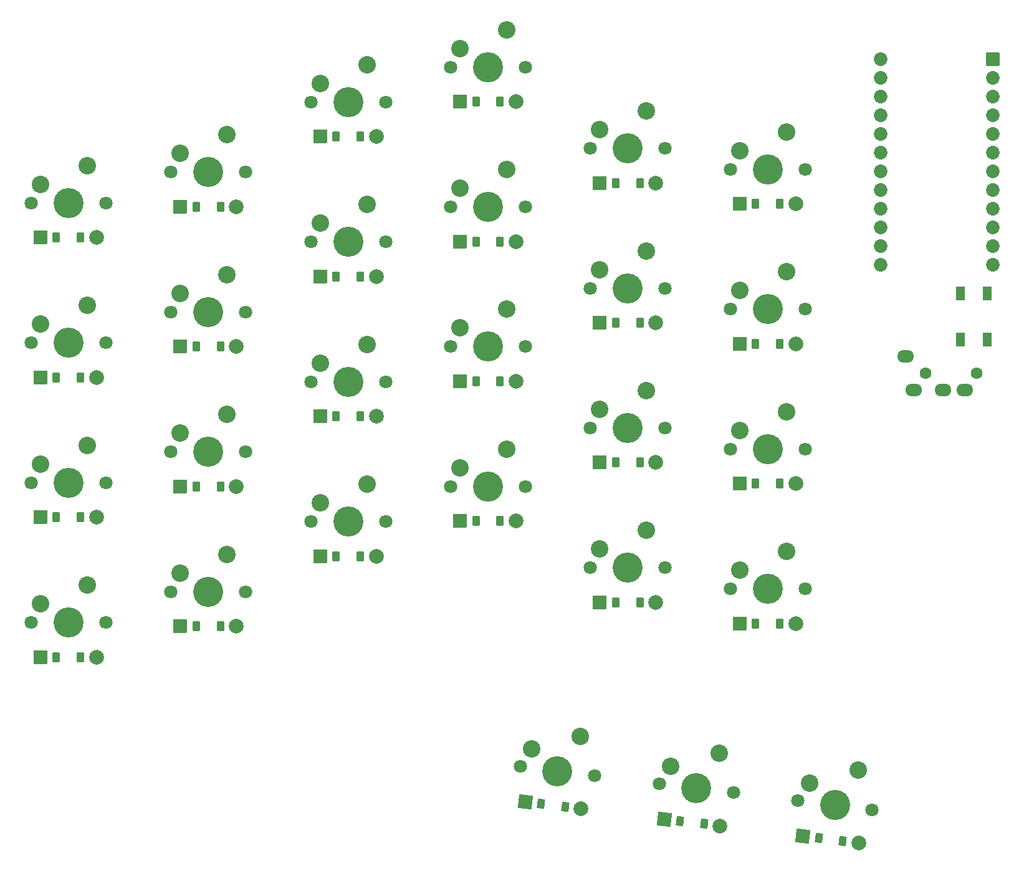
<source format=gbr>
%TF.GenerationSoftware,KiCad,Pcbnew,9.0.1*%
%TF.CreationDate,2025-06-02T17:16:12+02:00*%
%TF.ProjectId,pleiades_l,706c6569-6164-4657-935f-6c2e6b696361,v1.0.0*%
%TF.SameCoordinates,Original*%
%TF.FileFunction,Soldermask,Top*%
%TF.FilePolarity,Negative*%
%FSLAX46Y46*%
G04 Gerber Fmt 4.6, Leading zero omitted, Abs format (unit mm)*
G04 Created by KiCad (PCBNEW 9.0.1) date 2025-06-02 17:16:12*
%MOMM*%
%LPD*%
G01*
G04 APERTURE LIST*
G04 Aperture macros list*
%AMRoundRect*
0 Rectangle with rounded corners*
0 $1 Rounding radius*
0 $2 $3 $4 $5 $6 $7 $8 $9 X,Y pos of 4 corners*
0 Add a 4 corners polygon primitive as box body*
4,1,4,$2,$3,$4,$5,$6,$7,$8,$9,$2,$3,0*
0 Add four circle primitives for the rounded corners*
1,1,$1+$1,$2,$3*
1,1,$1+$1,$4,$5*
1,1,$1+$1,$6,$7*
1,1,$1+$1,$8,$9*
0 Add four rect primitives between the rounded corners*
20,1,$1+$1,$2,$3,$4,$5,0*
20,1,$1+$1,$4,$5,$6,$7,0*
20,1,$1+$1,$6,$7,$8,$9,0*
20,1,$1+$1,$8,$9,$2,$3,0*%
G04 Aperture macros list end*
%ADD10C,4.087800*%
%ADD11C,1.801800*%
%ADD12C,2.386000*%
%ADD13RoundRect,0.050000X-0.876300X0.876300X-0.876300X-0.876300X0.876300X-0.876300X0.876300X0.876300X0*%
%ADD14C,1.852600*%
%ADD15RoundRect,0.050000X-0.450000X-0.600000X0.450000X-0.600000X0.450000X0.600000X-0.450000X0.600000X0*%
%ADD16RoundRect,0.050000X-0.889000X-0.889000X0.889000X-0.889000X0.889000X0.889000X-0.889000X0.889000X0*%
%ADD17C,2.005000*%
%ADD18RoundRect,0.050000X-0.519767X-0.540686X0.373524X-0.650369X0.519767X0.540686X-0.373524X0.650369X0*%
%ADD19RoundRect,0.050000X-0.990715X-0.774032X0.774032X-0.990715X0.990715X0.774032X-0.774032X0.990715X0*%
%ADD20C,1.600000*%
%ADD21O,2.300000X1.700000*%
%ADD22RoundRect,0.050000X0.550000X-0.900000X0.550000X0.900000X-0.550000X0.900000X-0.550000X-0.900000X0*%
G04 APERTURE END LIST*
D10*
%TO.C,S1*%
X0Y-2857500D03*
D11*
X5080000Y-2857500D03*
X-5080000Y-2857500D03*
D12*
X2540000Y2222500D03*
X-3810000Y-317500D03*
%TD*%
D10*
%TO.C,S2*%
X0Y16142500D03*
D11*
X5080000Y16142500D03*
X-5080000Y16142500D03*
D12*
X2540000Y21222500D03*
X-3810000Y18682500D03*
%TD*%
D10*
%TO.C,S3*%
X0Y35142500D03*
D11*
X5080000Y35142500D03*
X-5080000Y35142500D03*
D12*
X2540000Y40222500D03*
X-3810000Y37682500D03*
%TD*%
D10*
%TO.C,S4*%
X0Y54142500D03*
D11*
X5080000Y54142500D03*
X-5080000Y54142500D03*
D12*
X2540000Y59222500D03*
X-3810000Y56682500D03*
%TD*%
D10*
%TO.C,S5*%
X19000000Y1333500D03*
D11*
X24080000Y1333500D03*
X13920000Y1333500D03*
D12*
X21540000Y6413500D03*
X15190000Y3873500D03*
%TD*%
D10*
%TO.C,S6*%
X19000000Y20333500D03*
D11*
X24080000Y20333500D03*
X13920000Y20333500D03*
D12*
X21540000Y25413500D03*
X15190000Y22873500D03*
%TD*%
D10*
%TO.C,S7*%
X19000000Y39333500D03*
D11*
X24080000Y39333500D03*
X13920000Y39333500D03*
D12*
X21540000Y44413500D03*
X15190000Y41873500D03*
%TD*%
D10*
%TO.C,S8*%
X19000000Y58333500D03*
D11*
X24080000Y58333500D03*
X13920000Y58333500D03*
D12*
X21540000Y63413500D03*
X15190000Y60873500D03*
%TD*%
D10*
%TO.C,S9*%
X38000000Y10858500D03*
D11*
X43080000Y10858500D03*
X32920000Y10858500D03*
D12*
X40540000Y15938500D03*
X34190000Y13398500D03*
%TD*%
D10*
%TO.C,S10*%
X38000000Y29858500D03*
D11*
X43080000Y29858500D03*
X32920000Y29858500D03*
D12*
X40540000Y34938500D03*
X34190000Y32398500D03*
%TD*%
D10*
%TO.C,S11*%
X38000000Y48858500D03*
D11*
X43080000Y48858500D03*
X32920000Y48858500D03*
D12*
X40540000Y53938500D03*
X34190000Y51398500D03*
%TD*%
D10*
%TO.C,S12*%
X38000000Y67858500D03*
D11*
X43080000Y67858500D03*
X32920000Y67858500D03*
D12*
X40540000Y72938500D03*
X34190000Y70398500D03*
%TD*%
D10*
%TO.C,S13*%
X57000000Y15621000D03*
D11*
X62080000Y15621000D03*
X51920000Y15621000D03*
D12*
X59540000Y20701000D03*
X53190000Y18161000D03*
%TD*%
D10*
%TO.C,S14*%
X57000000Y34621000D03*
D11*
X62080000Y34621000D03*
X51920000Y34621000D03*
D12*
X59540000Y39701000D03*
X53190000Y37161000D03*
%TD*%
D10*
%TO.C,S15*%
X57000000Y53621000D03*
D11*
X62080000Y53621000D03*
X51920000Y53621000D03*
D12*
X59540000Y58701000D03*
X53190000Y56161000D03*
%TD*%
D10*
%TO.C,S16*%
X57000000Y72621000D03*
D11*
X62080000Y72621000D03*
X51920000Y72621000D03*
D12*
X59540000Y77701000D03*
X53190000Y75161000D03*
%TD*%
D10*
%TO.C,S17*%
X76000000Y4572000D03*
D11*
X81080000Y4572000D03*
X70920000Y4572000D03*
D12*
X78540000Y9652000D03*
X72190000Y7112000D03*
%TD*%
D10*
%TO.C,S18*%
X76000000Y23572000D03*
D11*
X81080000Y23572000D03*
X70920000Y23572000D03*
D12*
X78540000Y28652000D03*
X72190000Y26112000D03*
%TD*%
D10*
%TO.C,S19*%
X76000000Y42572000D03*
D11*
X81080000Y42572000D03*
X70920000Y42572000D03*
D12*
X78540000Y47652000D03*
X72190000Y45112000D03*
%TD*%
D10*
%TO.C,S20*%
X76000000Y61572000D03*
D11*
X81080000Y61572000D03*
X70920000Y61572000D03*
D12*
X78540000Y66652000D03*
X72190000Y64112000D03*
%TD*%
D10*
%TO.C,S21*%
X95000000Y1714500D03*
D11*
X100080000Y1714500D03*
X89920000Y1714500D03*
D12*
X97540000Y6794500D03*
X91190000Y4254500D03*
%TD*%
D10*
%TO.C,S22*%
X95000000Y20714500D03*
D11*
X100080000Y20714500D03*
X89920000Y20714500D03*
D12*
X97540000Y25794500D03*
X91190000Y23254500D03*
%TD*%
D10*
%TO.C,S23*%
X95000000Y39714500D03*
D11*
X100080000Y39714500D03*
X89920000Y39714500D03*
D12*
X97540000Y44794500D03*
X91190000Y42254500D03*
%TD*%
D10*
%TO.C,S24*%
X95000000Y58714500D03*
D11*
X100080000Y58714500D03*
X89920000Y58714500D03*
D12*
X97540000Y63794500D03*
X91190000Y61254500D03*
%TD*%
D10*
%TO.C,S25*%
X66425000Y-23050500D03*
D11*
X71467134Y-23669596D03*
X61382866Y-22431404D03*
D12*
X69565163Y-18317914D03*
X62952947Y-20065111D03*
%TD*%
D10*
%TO.C,S26*%
X85283377Y-25366017D03*
D11*
X90325511Y-25985113D03*
X80241243Y-24746921D03*
D12*
X88423540Y-20633431D03*
X81811324Y-22380628D03*
%TD*%
D10*
%TO.C,S27*%
X104141754Y-27681535D03*
D11*
X109183888Y-28300631D03*
X99099620Y-27062439D03*
D12*
X107281917Y-22948949D03*
X100669701Y-24696146D03*
%TD*%
D13*
%TO.C,MCU1*%
X125620000Y73684500D03*
D14*
X125620000Y71144500D03*
X125620000Y68604500D03*
X125620000Y66064500D03*
X125620000Y63524500D03*
X125620000Y60984500D03*
X125620000Y58444500D03*
X125620000Y55904500D03*
X125620000Y53364500D03*
X125620000Y50824500D03*
X125620000Y48284500D03*
X125620000Y45744500D03*
X110380000Y73684500D03*
X110380000Y71144500D03*
X110380000Y68604500D03*
X110380000Y66064500D03*
X110380000Y63524500D03*
X110380000Y60984500D03*
X110380000Y58444500D03*
X110380000Y55904500D03*
X110380000Y53364500D03*
X110380000Y50824500D03*
X110380000Y48284500D03*
X110380000Y45744500D03*
%TD*%
D15*
%TO.C,D1*%
X-1650000Y-7557500D03*
X1650000Y-7557500D03*
D16*
X-3810000Y-7557500D03*
D17*
X3810000Y-7557500D03*
%TD*%
D15*
%TO.C,D2*%
X-1650000Y11442500D03*
X1650000Y11442500D03*
D16*
X-3810000Y11442500D03*
D17*
X3810000Y11442500D03*
%TD*%
D15*
%TO.C,D3*%
X-1650000Y30442500D03*
X1650000Y30442500D03*
D16*
X-3810000Y30442500D03*
D17*
X3810000Y30442500D03*
%TD*%
D15*
%TO.C,D4*%
X-1650000Y49442500D03*
X1650000Y49442500D03*
D16*
X-3810000Y49442500D03*
D17*
X3810000Y49442500D03*
%TD*%
D15*
%TO.C,D5*%
X17350000Y-3366500D03*
X20650000Y-3366500D03*
D16*
X15190000Y-3366500D03*
D17*
X22810000Y-3366500D03*
%TD*%
D15*
%TO.C,D6*%
X17350000Y15633500D03*
X20650000Y15633500D03*
D16*
X15190000Y15633500D03*
D17*
X22810000Y15633500D03*
%TD*%
D15*
%TO.C,D7*%
X17350000Y34633500D03*
X20650000Y34633500D03*
D16*
X15190000Y34633500D03*
D17*
X22810000Y34633500D03*
%TD*%
D15*
%TO.C,D8*%
X17350000Y53633500D03*
X20650000Y53633500D03*
D16*
X15190000Y53633500D03*
D17*
X22810000Y53633500D03*
%TD*%
D15*
%TO.C,D9*%
X36350000Y6158500D03*
X39650000Y6158500D03*
D16*
X34190000Y6158500D03*
D17*
X41810000Y6158500D03*
%TD*%
D15*
%TO.C,D10*%
X36350000Y25158500D03*
X39650000Y25158500D03*
D16*
X34190000Y25158500D03*
D17*
X41810000Y25158500D03*
%TD*%
D15*
%TO.C,D11*%
X36350000Y44158500D03*
X39650000Y44158500D03*
D16*
X34190000Y44158500D03*
D17*
X41810000Y44158500D03*
%TD*%
D15*
%TO.C,D12*%
X36350000Y63158500D03*
X39650000Y63158500D03*
D16*
X34190000Y63158500D03*
D17*
X41810000Y63158500D03*
%TD*%
D15*
%TO.C,D13*%
X55350000Y10921000D03*
X58650000Y10921000D03*
D16*
X53190000Y10921000D03*
D17*
X60810000Y10921000D03*
%TD*%
D15*
%TO.C,D14*%
X55350000Y29921000D03*
X58650000Y29921000D03*
D16*
X53190000Y29921000D03*
D17*
X60810000Y29921000D03*
%TD*%
D15*
%TO.C,D15*%
X55350000Y48921000D03*
X58650000Y48921000D03*
D16*
X53190000Y48921000D03*
D17*
X60810000Y48921000D03*
%TD*%
D15*
%TO.C,D16*%
X55350000Y67921000D03*
X58650000Y67921000D03*
D16*
X53190000Y67921000D03*
D17*
X60810000Y67921000D03*
%TD*%
D15*
%TO.C,D17*%
X74350000Y-128000D03*
X77650000Y-128000D03*
D16*
X72190000Y-128000D03*
D17*
X79810000Y-128000D03*
%TD*%
D15*
%TO.C,D18*%
X74350000Y18872000D03*
X77650000Y18872000D03*
D16*
X72190000Y18872000D03*
D17*
X79810000Y18872000D03*
%TD*%
D15*
%TO.C,D19*%
X74350000Y37872000D03*
X77650000Y37872000D03*
D16*
X72190000Y37872000D03*
D17*
X79810000Y37872000D03*
%TD*%
D15*
%TO.C,D20*%
X74350000Y56872000D03*
X77650000Y56872000D03*
D16*
X72190000Y56872000D03*
D17*
X79810000Y56872000D03*
%TD*%
D15*
%TO.C,D21*%
X93350000Y-2985500D03*
X96650000Y-2985500D03*
D16*
X91190000Y-2985500D03*
D17*
X98810000Y-2985500D03*
%TD*%
D15*
%TO.C,D22*%
X93350000Y16014500D03*
X96650000Y16014500D03*
D16*
X91190000Y16014500D03*
D17*
X98810000Y16014500D03*
%TD*%
D15*
%TO.C,D23*%
X93350000Y35014500D03*
X96650000Y35014500D03*
D16*
X91190000Y35014500D03*
D17*
X98810000Y35014500D03*
%TD*%
D15*
%TO.C,D24*%
X93350000Y54014500D03*
X96650000Y54014500D03*
D16*
X91190000Y54014500D03*
D17*
X98810000Y54014500D03*
%TD*%
D18*
%TO.C,D25*%
X64214513Y-27514383D03*
X67489915Y-27916551D03*
D19*
X62070613Y-27251145D03*
D17*
X69633815Y-28179789D03*
%TD*%
D18*
%TO.C,D26*%
X83072890Y-29829900D03*
X86348292Y-30232068D03*
D19*
X80928990Y-29566662D03*
D17*
X88492192Y-30495306D03*
%TD*%
D18*
%TO.C,D27*%
X101931267Y-32145418D03*
X105206669Y-32547586D03*
D19*
X99787367Y-31882180D03*
D17*
X107350569Y-32810824D03*
%TD*%
D20*
%TO.C,TRRS1*%
X116400000Y31014500D03*
X123400000Y31014500D03*
D21*
X113700000Y33314500D03*
X114800000Y28714500D03*
X118800000Y28714500D03*
X121800000Y28714500D03*
%TD*%
D22*
%TO.C,B1*%
X121150000Y35614500D03*
X121150000Y41814500D03*
X124850000Y35614500D03*
X124850000Y41814500D03*
%TD*%
M02*

</source>
